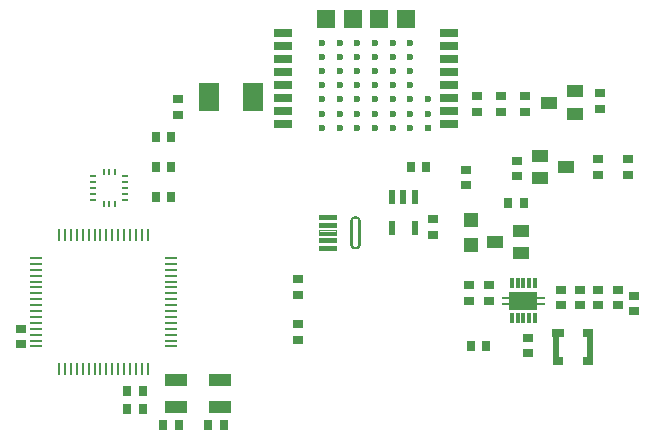
<source format=gbr>
G04 EAGLE Gerber X2 export*
%TF.Part,Single*%
%TF.FileFunction,Paste,Top*%
%TF.FilePolarity,Positive*%
%TF.GenerationSoftware,Autodesk,EAGLE,9.0.0*%
%TF.CreationDate,2018-08-29T12:33:52Z*%
G75*
%MOMM*%
%FSLAX34Y34*%
%LPD*%
%AMOC8*
5,1,8,0,0,1.08239X$1,22.5*%
G01*
%ADD10R,0.900000X0.700000*%
%ADD11R,0.700000X0.900000*%
%ADD12R,0.550000X1.200000*%
%ADD13R,0.550000X1.700000*%
%ADD14R,1.000000X0.700000*%
%ADD15R,0.950000X0.700000*%
%ADD16R,1.200000X1.200000*%
%ADD17R,1.400000X1.000000*%
%ADD18R,1.500000X0.700000*%
%ADD19C,0.600000*%
%ADD20R,1.500000X1.500000*%
%ADD21R,0.600000X0.600000*%
%ADD22R,1.100000X0.285000*%
%ADD23R,0.285000X1.100000*%
%ADD24R,0.296800X0.850000*%
%ADD25R,0.700000X0.280000*%
%ADD26R,2.399794X1.649981*%
%ADD27R,1.900000X1.100000*%
%ADD28R,1.700000X2.400000*%
%ADD29R,0.500000X0.250000*%
%ADD30R,0.250000X0.500000*%
%ADD31C,0.090000*%

G36*
X378546Y301532D02*
X378546Y301532D01*
X377544Y301419D01*
X377543Y301419D01*
X376592Y301086D01*
X376591Y301086D01*
X375738Y300550D01*
X375738Y300549D01*
X375737Y300549D01*
X375025Y299837D01*
X375025Y299836D01*
X375024Y299836D01*
X374488Y298983D01*
X374488Y298982D01*
X374155Y298031D01*
X374155Y298030D01*
X374154Y298026D01*
X374153Y298017D01*
X374153Y298013D01*
X374152Y298004D01*
X374151Y298000D01*
X374150Y297992D01*
X374150Y297987D01*
X374149Y297979D01*
X374148Y297975D01*
X374147Y297966D01*
X374147Y297962D01*
X374146Y297953D01*
X374146Y297949D01*
X374145Y297949D01*
X374146Y297949D01*
X374145Y297941D01*
X374144Y297936D01*
X374143Y297928D01*
X374143Y297924D01*
X374142Y297919D01*
X374142Y297915D01*
X374141Y297911D01*
X374141Y297907D01*
X374140Y297898D01*
X374139Y297894D01*
X374138Y297885D01*
X374138Y297881D01*
X374137Y297873D01*
X374136Y297868D01*
X374135Y297860D01*
X374135Y297856D01*
X374134Y297847D01*
X374134Y297843D01*
X374133Y297834D01*
X374132Y297830D01*
X374131Y297822D01*
X374131Y297817D01*
X374130Y297809D01*
X374129Y297805D01*
X374129Y297800D01*
X374128Y297796D01*
X374128Y297792D01*
X374127Y297788D01*
X374127Y297783D01*
X374126Y297779D01*
X374126Y297775D01*
X374125Y297766D01*
X374124Y297762D01*
X374123Y297754D01*
X374123Y297749D01*
X374122Y297741D01*
X374122Y297737D01*
X374121Y297728D01*
X374120Y297724D01*
X374119Y297715D01*
X374119Y297711D01*
X374118Y297703D01*
X374117Y297698D01*
X374116Y297690D01*
X374116Y297686D01*
X374115Y297677D01*
X374114Y297673D01*
X374114Y297669D01*
X374113Y297664D01*
X374113Y297660D01*
X374112Y297656D01*
X374112Y297647D01*
X374111Y297647D01*
X374112Y297647D01*
X374111Y297643D01*
X374110Y297635D01*
X374110Y297630D01*
X374109Y297622D01*
X374108Y297618D01*
X374107Y297609D01*
X374107Y297605D01*
X374106Y297596D01*
X374105Y297592D01*
X374104Y297584D01*
X374104Y297579D01*
X374103Y297571D01*
X374102Y297567D01*
X374101Y297558D01*
X374101Y297554D01*
X374101Y297550D01*
X374100Y297550D01*
X374100Y297545D01*
X374100Y297541D01*
X374099Y297537D01*
X374099Y297533D01*
X374098Y297528D01*
X374098Y297524D01*
X374097Y297516D01*
X374096Y297511D01*
X374095Y297503D01*
X374095Y297499D01*
X374094Y297490D01*
X374093Y297486D01*
X374092Y297477D01*
X374092Y297473D01*
X374091Y297465D01*
X374090Y297460D01*
X374089Y297452D01*
X374089Y297448D01*
X374088Y297439D01*
X374088Y297435D01*
X374087Y297426D01*
X374086Y297422D01*
X374086Y297418D01*
X374085Y297414D01*
X374085Y297409D01*
X374084Y297405D01*
X374083Y297397D01*
X374083Y297392D01*
X374082Y297384D01*
X374081Y297380D01*
X374080Y297371D01*
X374080Y297367D01*
X374079Y297358D01*
X374078Y297354D01*
X374078Y297346D01*
X374077Y297346D01*
X374078Y297346D01*
X374077Y297341D01*
X374076Y297333D01*
X374076Y297329D01*
X374075Y297320D01*
X374074Y297316D01*
X374073Y297307D01*
X374073Y297303D01*
X374072Y297299D01*
X374072Y297295D01*
X374071Y297290D01*
X374071Y297286D01*
X374070Y297278D01*
X374069Y297273D01*
X374068Y297265D01*
X374068Y297261D01*
X374067Y297252D01*
X374067Y297248D01*
X374066Y297248D01*
X374067Y297248D01*
X374066Y297239D01*
X374065Y297235D01*
X374064Y297227D01*
X374064Y297222D01*
X374063Y297214D01*
X374062Y297210D01*
X374061Y297201D01*
X374061Y297197D01*
X374060Y297188D01*
X374059Y297184D01*
X374059Y297180D01*
X374058Y297176D01*
X374058Y297171D01*
X374057Y297167D01*
X374057Y297163D01*
X374056Y297159D01*
X374056Y297154D01*
X374055Y297146D01*
X374055Y297142D01*
X374054Y297133D01*
X374053Y297129D01*
X374052Y297120D01*
X374052Y297116D01*
X374051Y297108D01*
X374050Y297103D01*
X374049Y297095D01*
X374049Y297091D01*
X374048Y297082D01*
X374047Y297078D01*
X374046Y297069D01*
X374046Y297065D01*
X374045Y297057D01*
X374044Y297052D01*
X374044Y297048D01*
X374044Y297044D01*
X374043Y297044D01*
X374044Y297044D01*
X374043Y297040D01*
X374043Y297035D01*
X374042Y297028D01*
X374042Y278028D01*
X374155Y277026D01*
X374155Y277025D01*
X374488Y276074D01*
X374488Y276073D01*
X375024Y275220D01*
X375025Y275220D01*
X375025Y275219D01*
X375737Y274507D01*
X375738Y274507D01*
X375738Y274506D01*
X376591Y273970D01*
X376592Y273970D01*
X377543Y273637D01*
X377544Y273637D01*
X378545Y273524D01*
X378546Y273524D01*
X379548Y273637D01*
X379549Y273637D01*
X380500Y273970D01*
X380501Y273970D01*
X381354Y274506D01*
X381354Y274507D01*
X381355Y274507D01*
X382067Y275219D01*
X382067Y275220D01*
X382068Y275220D01*
X382604Y276073D01*
X382604Y276074D01*
X382937Y277025D01*
X382937Y277026D01*
X382938Y277029D01*
X382938Y277030D01*
X382938Y277034D01*
X382939Y277038D01*
X382939Y277042D01*
X382940Y277046D01*
X382940Y277047D01*
X382940Y277051D01*
X382941Y277059D01*
X382942Y277063D01*
X382942Y277064D01*
X382943Y277072D01*
X382943Y277076D01*
X382944Y277085D01*
X382944Y277089D01*
X382945Y277089D01*
X382944Y277089D01*
X382945Y277097D01*
X382945Y277098D01*
X382946Y277102D01*
X382947Y277110D01*
X382947Y277114D01*
X382947Y277115D01*
X382948Y277123D01*
X382949Y277127D01*
X382950Y277136D01*
X382950Y277140D01*
X382951Y277148D01*
X382951Y277149D01*
X382952Y277153D01*
X382952Y277157D01*
X382953Y277161D01*
X382953Y277165D01*
X382953Y277166D01*
X382954Y277170D01*
X382955Y277178D01*
X382955Y277182D01*
X382955Y277183D01*
X382956Y277191D01*
X382956Y277195D01*
X382957Y277204D01*
X382958Y277208D01*
X382959Y277216D01*
X382959Y277217D01*
X382959Y277221D01*
X382960Y277229D01*
X382961Y277233D01*
X382961Y277234D01*
X382962Y277242D01*
X382962Y277246D01*
X382963Y277255D01*
X382964Y277259D01*
X382965Y277267D01*
X382965Y277268D01*
X382965Y277272D01*
X382966Y277280D01*
X382967Y277284D01*
X382967Y277285D01*
X382967Y277289D01*
X382967Y277293D01*
X382968Y277293D01*
X382967Y277293D01*
X382968Y277297D01*
X382968Y277301D01*
X382968Y277302D01*
X382969Y277310D01*
X382970Y277314D01*
X382971Y277323D01*
X382971Y277327D01*
X382972Y277335D01*
X382972Y277336D01*
X382973Y277340D01*
X382974Y277348D01*
X382974Y277352D01*
X382974Y277353D01*
X382975Y277361D01*
X382976Y277365D01*
X382977Y277374D01*
X382977Y277378D01*
X382978Y277386D01*
X382978Y277387D01*
X382978Y277391D01*
X382979Y277391D01*
X382978Y277391D01*
X382979Y277399D01*
X382980Y277403D01*
X382980Y277404D01*
X382980Y277408D01*
X382981Y277412D01*
X382981Y277416D01*
X382982Y277420D01*
X382982Y277421D01*
X382983Y277429D01*
X382983Y277433D01*
X382984Y277442D01*
X382985Y277446D01*
X382986Y277454D01*
X382986Y277455D01*
X382986Y277459D01*
X382987Y277467D01*
X382988Y277471D01*
X382988Y277472D01*
X382989Y277480D01*
X382989Y277484D01*
X382990Y277493D01*
X382990Y277497D01*
X382991Y277505D01*
X382991Y277506D01*
X382992Y277510D01*
X382993Y277518D01*
X382993Y277522D01*
X382993Y277523D01*
X382994Y277527D01*
X382994Y277531D01*
X382995Y277535D01*
X382995Y277539D01*
X382995Y277540D01*
X382996Y277544D01*
X382996Y277548D01*
X382997Y277552D01*
X382998Y277561D01*
X382998Y277565D01*
X382999Y277573D01*
X382999Y277574D01*
X383000Y277578D01*
X383001Y277586D01*
X383001Y277590D01*
X383001Y277591D01*
X383002Y277599D01*
X383002Y277603D01*
X383003Y277612D01*
X383004Y277616D01*
X383005Y277624D01*
X383005Y277625D01*
X383005Y277629D01*
X383006Y277637D01*
X383007Y277641D01*
X383007Y277642D01*
X383008Y277650D01*
X383008Y277654D01*
X383009Y277658D01*
X383009Y277659D01*
X383009Y277663D01*
X383010Y277667D01*
X383010Y277671D01*
X383011Y277680D01*
X383012Y277684D01*
X383012Y277692D01*
X383013Y277692D01*
X383012Y277693D01*
X383013Y277697D01*
X383014Y277705D01*
X383014Y277709D01*
X383014Y277710D01*
X383015Y277718D01*
X383016Y277722D01*
X383017Y277731D01*
X383017Y277735D01*
X383018Y277743D01*
X383018Y277744D01*
X383019Y277748D01*
X383020Y277756D01*
X383020Y277760D01*
X383020Y277761D01*
X383021Y277769D01*
X383022Y277773D01*
X383022Y277777D01*
X383022Y277778D01*
X383023Y277782D01*
X383023Y277786D01*
X383023Y277790D01*
X383024Y277790D01*
X383024Y277799D01*
X383025Y277803D01*
X383026Y277811D01*
X383026Y277812D01*
X383026Y277816D01*
X383027Y277824D01*
X383028Y277828D01*
X383028Y277829D01*
X383029Y277837D01*
X383029Y277841D01*
X383030Y277850D01*
X383031Y277854D01*
X383032Y277862D01*
X383032Y277863D01*
X383032Y277867D01*
X383033Y277875D01*
X383034Y277879D01*
X383034Y277880D01*
X383035Y277888D01*
X383035Y277892D01*
X383035Y277896D01*
X383035Y277897D01*
X383036Y277901D01*
X383036Y277905D01*
X383037Y277909D01*
X383037Y277913D01*
X383037Y277914D01*
X383038Y277918D01*
X383038Y277922D01*
X383039Y277930D01*
X383039Y277931D01*
X383040Y277935D01*
X383041Y277943D01*
X383041Y277947D01*
X383041Y277948D01*
X383042Y277956D01*
X383043Y277960D01*
X383044Y277969D01*
X383044Y277973D01*
X383045Y277981D01*
X383045Y277982D01*
X383046Y277986D01*
X383046Y277994D01*
X383047Y277994D01*
X383046Y277994D01*
X383047Y277998D01*
X383047Y277999D01*
X383048Y278007D01*
X383048Y278011D01*
X383049Y278020D01*
X383050Y278024D01*
X383050Y278028D01*
X383050Y297028D01*
X382937Y298030D01*
X382937Y298031D01*
X382604Y298982D01*
X382604Y298983D01*
X382068Y299836D01*
X382067Y299836D01*
X382067Y299837D01*
X381355Y300549D01*
X381354Y300549D01*
X381354Y300550D01*
X380501Y301086D01*
X380500Y301086D01*
X379549Y301419D01*
X379548Y301419D01*
X378547Y301532D01*
X378546Y301532D01*
X378546Y301532D01*
G37*
%LPC*%
G36*
X377900Y275617D02*
X377900Y275617D01*
X377298Y275867D01*
X376781Y276263D01*
X376385Y276780D01*
X376135Y277382D01*
X376050Y278028D01*
X376050Y297028D01*
X376052Y297038D01*
X376052Y297039D01*
X376052Y297043D01*
X376053Y297047D01*
X376053Y297051D01*
X376058Y297085D01*
X376058Y297089D01*
X376058Y297090D01*
X376059Y297094D01*
X376060Y297098D01*
X376063Y297128D01*
X376064Y297132D01*
X376065Y297136D01*
X376065Y297140D01*
X376065Y297141D01*
X376070Y297174D01*
X376070Y297175D01*
X376070Y297179D01*
X376071Y297183D01*
X376071Y297187D01*
X376075Y297217D01*
X376076Y297221D01*
X376076Y297225D01*
X376076Y297226D01*
X376077Y297230D01*
X376081Y297264D01*
X376082Y297268D01*
X376082Y297272D01*
X376083Y297276D01*
X376083Y297277D01*
X376087Y297306D01*
X376087Y297310D01*
X376088Y297310D01*
X376087Y297311D01*
X376088Y297315D01*
X376089Y297319D01*
X376093Y297353D01*
X376094Y297357D01*
X376094Y297361D01*
X376094Y297362D01*
X376095Y297366D01*
X376099Y297395D01*
X376099Y297396D01*
X376099Y297400D01*
X376100Y297404D01*
X376100Y297408D01*
X376105Y297442D01*
X376105Y297446D01*
X376105Y297447D01*
X376106Y297451D01*
X376107Y297455D01*
X376110Y297485D01*
X376111Y297489D01*
X376112Y297493D01*
X376112Y297497D01*
X376112Y297498D01*
X376117Y297531D01*
X376117Y297532D01*
X376117Y297536D01*
X376118Y297540D01*
X376118Y297544D01*
X376122Y297574D01*
X376123Y297578D01*
X376123Y297582D01*
X376123Y297583D01*
X376124Y297587D01*
X376128Y297621D01*
X376129Y297625D01*
X376129Y297629D01*
X376130Y297633D01*
X376130Y297634D01*
X376134Y297663D01*
X376134Y297667D01*
X376135Y297667D01*
X376134Y297668D01*
X376135Y297672D01*
X376135Y297674D01*
X376385Y298276D01*
X376781Y298793D01*
X377298Y299189D01*
X377900Y299439D01*
X378546Y299524D01*
X379192Y299439D01*
X379794Y299189D01*
X380311Y298793D01*
X380707Y298276D01*
X380957Y297674D01*
X381042Y297028D01*
X381042Y278028D01*
X381039Y278008D01*
X381039Y278004D01*
X381038Y278000D01*
X381037Y277995D01*
X381033Y277961D01*
X381032Y277957D01*
X381032Y277953D01*
X381031Y277949D01*
X381027Y277919D01*
X381027Y277915D01*
X381026Y277910D01*
X381026Y277906D01*
X381021Y277872D01*
X381021Y277868D01*
X381020Y277864D01*
X381020Y277859D01*
X381019Y277859D01*
X381020Y277859D01*
X381016Y277830D01*
X381015Y277825D01*
X381014Y277821D01*
X381014Y277817D01*
X381009Y277783D01*
X381009Y277779D01*
X381008Y277774D01*
X381008Y277770D01*
X381004Y277740D01*
X381003Y277736D01*
X381003Y277732D01*
X381002Y277728D01*
X380998Y277694D01*
X380997Y277689D01*
X380997Y277685D01*
X380996Y277681D01*
X380992Y277651D01*
X380992Y277647D01*
X380991Y277643D01*
X380990Y277638D01*
X380986Y277604D01*
X380985Y277600D01*
X380985Y277596D01*
X380984Y277592D01*
X380980Y277562D01*
X380980Y277558D01*
X380979Y277553D01*
X380979Y277549D01*
X380974Y277515D01*
X380974Y277511D01*
X380973Y277507D01*
X380973Y277502D01*
X380972Y277502D01*
X380973Y277502D01*
X380969Y277473D01*
X380968Y277468D01*
X380967Y277464D01*
X380967Y277460D01*
X380962Y277426D01*
X380962Y277422D01*
X380961Y277417D01*
X380961Y277413D01*
X380957Y277383D01*
X380957Y277382D01*
X380707Y276780D01*
X380311Y276263D01*
X379794Y275867D01*
X379192Y275617D01*
X378546Y275532D01*
X377900Y275617D01*
G37*
%LPD*%
D10*
X501650Y402740D03*
X501650Y389740D03*
X600710Y225910D03*
X600710Y238910D03*
X491490Y229720D03*
X491490Y242720D03*
X524510Y198270D03*
X524510Y185270D03*
D11*
X198270Y138430D03*
X185270Y138430D03*
X198270Y153670D03*
X185270Y153670D03*
D10*
X472440Y327510D03*
X472440Y340510D03*
D11*
X228750Y124460D03*
X215750Y124460D03*
X253850Y124460D03*
X266850Y124460D03*
D10*
X444500Y285600D03*
X444500Y298600D03*
X95250Y205890D03*
X95250Y192890D03*
X585470Y405280D03*
X585470Y392280D03*
D12*
X428600Y317800D03*
X419100Y317800D03*
X409600Y317800D03*
X409600Y291800D03*
X428600Y291800D03*
D13*
X547860Y190500D03*
D14*
X550110Y202500D03*
D15*
X549860Y178500D03*
D13*
X577360Y190500D03*
D15*
X575360Y178500D03*
X575360Y202500D03*
D16*
X476250Y277028D03*
X476250Y298028D03*
D17*
X542720Y397510D03*
X564720Y407010D03*
X564720Y388010D03*
X557100Y342900D03*
X535100Y333400D03*
X535100Y352400D03*
X497000Y279400D03*
X519000Y288900D03*
X519000Y269900D03*
D10*
X521970Y389740D03*
X521970Y402740D03*
X584200Y225910D03*
X584200Y238910D03*
X552450Y238910D03*
X552450Y225910D03*
X568960Y238910D03*
X568960Y225910D03*
X474980Y229720D03*
X474980Y242720D03*
X584200Y349400D03*
X584200Y336400D03*
D11*
X489100Y191770D03*
X476100Y191770D03*
D10*
X515620Y348130D03*
X515620Y335130D03*
X609600Y349400D03*
X609600Y336400D03*
X481330Y389740D03*
X481330Y402740D03*
D11*
X507850Y312420D03*
X520850Y312420D03*
X425300Y342900D03*
X438300Y342900D03*
D10*
X614680Y233830D03*
X614680Y220830D03*
D18*
X317500Y456300D03*
X317500Y445300D03*
X317500Y434300D03*
X317500Y423300D03*
X317500Y412300D03*
X317500Y401300D03*
X317500Y390300D03*
X317500Y379300D03*
X457500Y379300D03*
X457500Y390300D03*
X457500Y401300D03*
X457500Y412300D03*
X457500Y423300D03*
X457500Y434300D03*
X457500Y445300D03*
X457500Y456300D03*
D19*
X365000Y388300D03*
X380000Y388300D03*
X395000Y388300D03*
X410000Y388300D03*
X365000Y400300D03*
X380000Y400300D03*
X395000Y400300D03*
X410000Y400300D03*
X365000Y412300D03*
X380000Y412300D03*
X395000Y412300D03*
X410000Y412300D03*
X365000Y424300D03*
X380000Y424300D03*
X395000Y424300D03*
X410000Y424300D03*
X365000Y436300D03*
X365000Y448300D03*
X380000Y448300D03*
X380000Y436300D03*
X395000Y436300D03*
X395000Y448300D03*
X410000Y448300D03*
X410000Y436300D03*
D20*
X353800Y468300D03*
X376300Y468300D03*
X398800Y468300D03*
X421300Y468300D03*
D19*
X350000Y388300D03*
X350000Y400300D03*
X350000Y412300D03*
X350000Y424300D03*
X350000Y436300D03*
X350000Y448300D03*
X425000Y388300D03*
X425000Y400300D03*
X425000Y412300D03*
X425000Y424300D03*
X425000Y436300D03*
X425000Y448300D03*
X365000Y376300D03*
X380000Y376300D03*
X395000Y376300D03*
X410000Y376300D03*
X350000Y376300D03*
X425000Y376300D03*
X440000Y388300D03*
X440000Y400300D03*
D21*
X440000Y376300D03*
D22*
X108100Y266100D03*
X108100Y261100D03*
X108100Y256100D03*
X108100Y251100D03*
X108100Y246100D03*
X108100Y241100D03*
X108100Y236100D03*
X108100Y231100D03*
X108100Y226100D03*
X108100Y221100D03*
X108100Y216100D03*
X108100Y211100D03*
X108100Y206100D03*
X108100Y201100D03*
X108100Y196100D03*
X108100Y191100D03*
D23*
X127600Y171600D03*
X132600Y171600D03*
X137600Y171600D03*
X142600Y171600D03*
X147600Y171600D03*
X152600Y171600D03*
X157600Y171600D03*
X162600Y171600D03*
X167600Y171600D03*
X172600Y171600D03*
X177600Y171600D03*
X182600Y171600D03*
X187600Y171600D03*
X192600Y171600D03*
X197600Y171600D03*
X202600Y171600D03*
X127600Y285600D03*
X132600Y285600D03*
X137600Y285600D03*
X142600Y285600D03*
X147600Y285600D03*
X152600Y285600D03*
X157600Y285600D03*
X162600Y285600D03*
X167600Y285600D03*
X172600Y285600D03*
X177600Y285600D03*
X182600Y285600D03*
X187600Y285600D03*
X192600Y285600D03*
X197600Y285600D03*
X202600Y285600D03*
D22*
X222100Y266100D03*
X222100Y261100D03*
X222100Y256100D03*
X222100Y251100D03*
X222100Y246100D03*
X222100Y241100D03*
X222100Y236100D03*
X222100Y231100D03*
X222100Y226100D03*
X222100Y221100D03*
X222100Y216100D03*
X222100Y211100D03*
X222100Y206100D03*
X222100Y201100D03*
X222100Y196100D03*
X222100Y191100D03*
D24*
X510700Y215120D03*
X515700Y215120D03*
X520700Y215120D03*
X525700Y215120D03*
X530700Y215120D03*
X530700Y244620D03*
X525700Y244620D03*
X520700Y244620D03*
X515700Y244620D03*
X510700Y244620D03*
D25*
X505700Y232370D03*
X505700Y227370D03*
X535700Y232370D03*
X535700Y227370D03*
D26*
X520700Y229870D03*
D27*
X263610Y162630D03*
X226610Y139630D03*
X263610Y139630D03*
X226610Y162630D03*
D28*
X291550Y402590D03*
X254550Y402590D03*
D29*
X156680Y335120D03*
X156680Y330120D03*
X156680Y325120D03*
X156680Y320120D03*
X156680Y315120D03*
D30*
X165180Y311620D03*
X170180Y311620D03*
X175180Y311620D03*
D29*
X183680Y315120D03*
X183680Y320120D03*
X183680Y325120D03*
X183680Y330120D03*
X183680Y335120D03*
D30*
X175180Y338620D03*
X170180Y338620D03*
X165180Y338620D03*
D10*
X228600Y387200D03*
X228600Y400200D03*
D11*
X222400Y368300D03*
X209400Y368300D03*
X222400Y342900D03*
X209400Y342900D03*
X209400Y317500D03*
X222400Y317500D03*
D10*
X330200Y247800D03*
X330200Y234800D03*
X330200Y209700D03*
X330200Y196700D03*
D31*
X347496Y298728D02*
X347496Y302328D01*
X361596Y302328D01*
X361596Y298728D01*
X347496Y298728D01*
X347496Y299627D02*
X361596Y299627D01*
X361596Y300526D02*
X347496Y300526D01*
X347496Y301425D02*
X361596Y301425D01*
X361596Y302324D02*
X347496Y302324D01*
X347496Y295828D02*
X347496Y292228D01*
X347496Y295828D02*
X361596Y295828D01*
X361596Y292228D01*
X347496Y292228D01*
X347496Y293127D02*
X361596Y293127D01*
X361596Y294026D02*
X347496Y294026D01*
X347496Y294925D02*
X361596Y294925D01*
X361596Y295824D02*
X347496Y295824D01*
X347496Y289328D02*
X347496Y285728D01*
X347496Y289328D02*
X361596Y289328D01*
X361596Y285728D01*
X347496Y285728D01*
X347496Y286627D02*
X361596Y286627D01*
X361596Y287526D02*
X347496Y287526D01*
X347496Y288425D02*
X361596Y288425D01*
X361596Y289324D02*
X347496Y289324D01*
X347496Y282828D02*
X347496Y279228D01*
X347496Y282828D02*
X361596Y282828D01*
X361596Y279228D01*
X347496Y279228D01*
X347496Y280127D02*
X361596Y280127D01*
X361596Y281026D02*
X347496Y281026D01*
X347496Y281925D02*
X361596Y281925D01*
X361596Y282824D02*
X347496Y282824D01*
X347496Y276328D02*
X347496Y272728D01*
X347496Y276328D02*
X361596Y276328D01*
X361596Y272728D01*
X347496Y272728D01*
X347496Y273627D02*
X361596Y273627D01*
X361596Y274526D02*
X347496Y274526D01*
X347496Y275425D02*
X361596Y275425D01*
X361596Y276324D02*
X347496Y276324D01*
M02*

</source>
